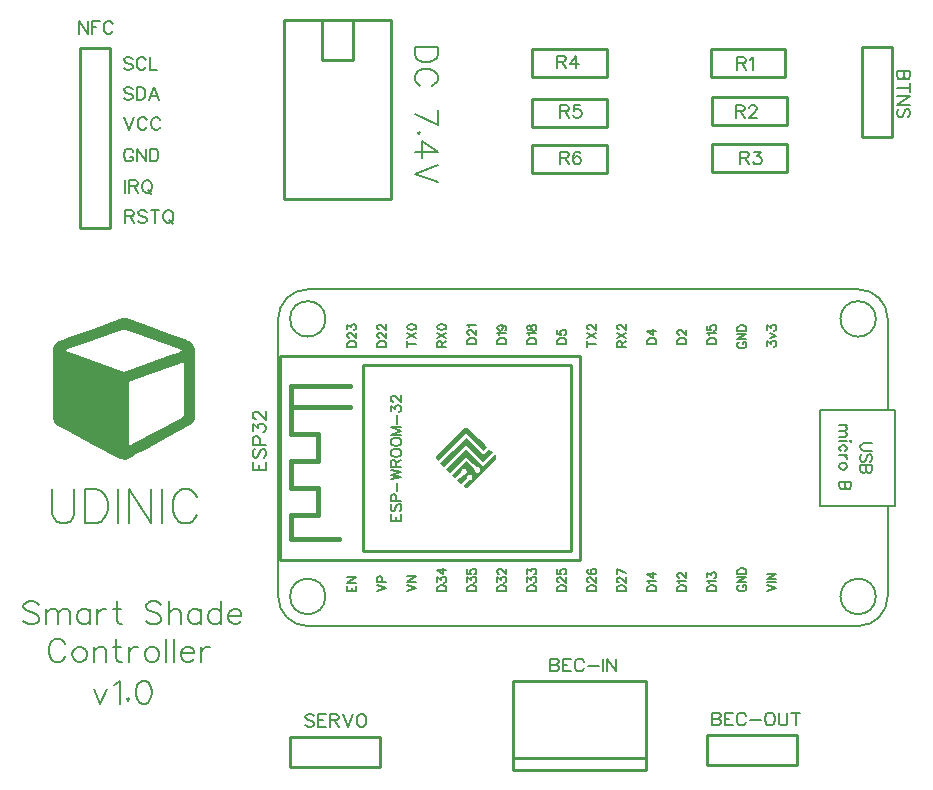
<source format=gto>
G04 Layer: TopSilkLayer*
G04 EasyEDA v6.4.12, 2020-12-31T12:21:15--5:00*
G04 99fc4708075f4ff381704a5e9c7ef7fe,db09687e621142cba360e7e147da6c3e,10*
G04 Gerber Generator version 0.2*
G04 Scale: 100 percent, Rotated: No, Reflected: No *
G04 Dimensions in millimeters *
G04 leading zeros omitted , absolute positions ,4 integer and 5 decimal *
%FSLAX45Y45*%
%MOMM*%

%ADD10C,0.2540*%
%ADD22C,0.4000*%
%ADD23C,0.2000*%
%ADD24C,0.2032*%
%ADD25C,0.1524*%

%LPD*%
G36*
X4041800Y3430015D02*
G01*
X4038041Y3429711D01*
X4033774Y3428949D01*
X4032148Y3428441D01*
X4030065Y3427374D01*
X4023969Y3422853D01*
X4014012Y3413963D01*
X3998823Y3399485D01*
X3947109Y3348126D01*
X3907790Y3308553D01*
X3868420Y3269386D01*
X3821988Y3222802D01*
X3805986Y3206292D01*
X3795877Y3195320D01*
X3792626Y3191459D01*
X3790391Y3188411D01*
X3788918Y3186023D01*
X3787901Y3183331D01*
X3787444Y3175050D01*
X3788765Y3167329D01*
X3791915Y3159963D01*
X3803904Y3143707D01*
X3921760Y3262071D01*
X4038854Y3378403D01*
X4111498Y3307537D01*
X4183379Y3235401D01*
X4214876Y3267151D01*
X4213301Y3269234D01*
X4201464Y3281934D01*
X4180128Y3303828D01*
X4151731Y3332175D01*
X4135628Y3347923D01*
X4092498Y3390900D01*
X4070553Y3412032D01*
X4062729Y3419043D01*
X4056532Y3424021D01*
X4051503Y3427323D01*
X4047337Y3429203D01*
X4043629Y3429965D01*
G37*
G36*
X4038854Y3344621D02*
G01*
X3930650Y3235401D01*
X3822192Y3126943D01*
X3853942Y3094939D01*
X3946651Y3187903D01*
X4040124Y3282645D01*
X4111751Y3210001D01*
X4183379Y3138373D01*
X4224274Y3178251D01*
X4264152Y3219399D01*
X4249420Y3235401D01*
X4233926Y3250895D01*
X4208526Y3225749D01*
X4183379Y3200349D01*
X4111498Y3272993D01*
G37*
G36*
X4040124Y3247847D02*
G01*
X3955796Y3162249D01*
X3871468Y3077159D01*
X3902710Y3045409D01*
X3972051Y3114243D01*
X4041394Y3184601D01*
X4084574Y3140405D01*
X4101541Y3123641D01*
X4113834Y3111906D01*
X4122318Y3104286D01*
X4128058Y3099917D01*
X4131970Y3097936D01*
X4140454Y3096971D01*
X4145279Y3095396D01*
X4149547Y3092958D01*
X4153204Y3089656D01*
X4156201Y3085592D01*
X4158386Y3080867D01*
X4159808Y3075584D01*
X4160265Y3069793D01*
X4159961Y3065424D01*
X4158843Y3061716D01*
X4156608Y3058160D01*
X4152900Y3054045D01*
X4149242Y3051098D01*
X4145889Y3049016D01*
X4142079Y3047847D01*
X4137151Y3047441D01*
X4131411Y3047898D01*
X4126331Y3049219D01*
X4121861Y3051302D01*
X4118051Y3054197D01*
X4115054Y3057804D01*
X4112818Y3062122D01*
X4111447Y3067050D01*
X4110736Y3074873D01*
X4109872Y3077311D01*
X4108094Y3080258D01*
X4105097Y3084068D01*
X4100728Y3089046D01*
X4086504Y3103829D01*
X4041394Y3149549D01*
X3980942Y3088589D01*
X3920490Y3028391D01*
X3934968Y3013659D01*
X3949192Y2999689D01*
X3980942Y3031286D01*
X3991051Y3041802D01*
X3994200Y3045561D01*
X3996334Y3048609D01*
X3997655Y3051200D01*
X3998315Y3053537D01*
X3998976Y3060954D01*
X4000449Y3065576D01*
X4002735Y3069691D01*
X4005681Y3073196D01*
X4009237Y3076092D01*
X4013250Y3078226D01*
X4017619Y3079597D01*
X4022140Y3080156D01*
X4026763Y3079851D01*
X4031335Y3078530D01*
X4035755Y3076244D01*
X4039870Y3072841D01*
X4043273Y3068726D01*
X4045610Y3064306D01*
X4046982Y3059684D01*
X4047337Y3055061D01*
X4046880Y3050489D01*
X4045508Y3046120D01*
X4043375Y3042056D01*
X4040530Y3038500D01*
X4036923Y3035503D01*
X4032707Y3033166D01*
X4027932Y3031693D01*
X4020312Y3031032D01*
X4018026Y3030372D01*
X4015536Y3029051D01*
X4012539Y3026918D01*
X4004106Y3019399D01*
X3990848Y3006293D01*
X3966718Y2981909D01*
X3981450Y2966923D01*
X3997198Y2951429D01*
X4028541Y2982569D01*
X4038498Y2992932D01*
X4041495Y2996539D01*
X4043527Y2999536D01*
X4044797Y3002127D01*
X4045508Y3004616D01*
X4047439Y3014014D01*
X4050182Y3019806D01*
X4053992Y3024530D01*
X4058615Y3028086D01*
X4063949Y3030372D01*
X4069740Y3031185D01*
X4075734Y3030524D01*
X4081779Y3028137D01*
X4087571Y3024632D01*
X4091432Y3019958D01*
X4093565Y3013862D01*
X4094226Y3006039D01*
X4094073Y3000298D01*
X4093210Y2996082D01*
X4091228Y2992424D01*
X4087622Y2988259D01*
X4083608Y2985211D01*
X4080205Y2983280D01*
X4076598Y2982214D01*
X4068724Y2981807D01*
X4066032Y2981401D01*
X4063441Y2980385D01*
X4060545Y2978505D01*
X4057040Y2975559D01*
X4046423Y2965450D01*
X4014470Y2933395D01*
X4026611Y2924759D01*
X4033469Y2922117D01*
X4040987Y2920949D01*
X4048760Y2921457D01*
X4050436Y2922016D01*
X4052519Y2923082D01*
X4058564Y2927502D01*
X4068318Y2936087D01*
X4083304Y2950159D01*
X4134307Y3000298D01*
X4200753Y3066694D01*
X4225798Y3092043D01*
X4265879Y3133445D01*
X4288942Y3157982D01*
X4292600Y3162249D01*
X4294327Y3168599D01*
X4294987Y3175406D01*
X4294428Y3182010D01*
X4291787Y3190138D01*
X4290263Y3192576D01*
X4281678Y3202381D01*
X4232402Y3152851D01*
X4183126Y3102559D01*
G37*
G36*
X1125626Y4357014D02*
G01*
X902868Y4276394D01*
X664108Y4190441D01*
X623112Y4175353D01*
X589229Y4162551D01*
X560628Y4138472D01*
X542137Y4102201D01*
X542137Y4079240D01*
X645769Y4079240D01*
X650595Y4085031D01*
X654050Y4087774D01*
X659892Y4090924D01*
X667359Y4094022D01*
X687273Y4100576D01*
X710793Y4108653D01*
X890676Y4173778D01*
X1126032Y4258462D01*
X1132332Y4260545D01*
X1136446Y4261408D01*
X1140815Y4261612D01*
X1145794Y4261053D01*
X1151839Y4259732D01*
X1159408Y4257497D01*
X1187551Y4247794D01*
X1539595Y4120743D01*
X1589735Y4103217D01*
X1605127Y4097578D01*
X1617878Y4092651D01*
X1626463Y4088942D01*
X1628698Y4087774D01*
X1635760Y4083354D01*
X1631086Y4079138D01*
X1629765Y4078274D01*
X1623314Y4075328D01*
X1597914Y4065117D01*
X1561084Y4051249D01*
X1332687Y3968343D01*
X1142136Y3898849D01*
X677875Y4067860D01*
X645769Y4079240D01*
X542137Y4079240D01*
X542137Y3506470D01*
X562508Y3463188D01*
X588213Y3446576D01*
X616407Y3430219D01*
X665581Y3402787D01*
X727506Y3368801D01*
X900797Y3274720D01*
X1189380Y3274720D01*
X1189380Y3817112D01*
X1248664Y3839210D01*
X1322832Y3866134D01*
X1582928Y3959555D01*
X1606702Y3968343D01*
X1626057Y3975811D01*
X1631137Y3976979D01*
X1636166Y3977640D01*
X1640586Y3977589D01*
X1650034Y3976674D01*
X1652473Y3533648D01*
X1647291Y3527348D01*
X1645513Y3525723D01*
X1638554Y3520744D01*
X1627987Y3514090D01*
X1615135Y3506571D01*
X1230274Y3296716D01*
X1189380Y3274720D01*
X900797Y3274720D01*
X1111351Y3159912D01*
X1161440Y3155746D01*
X1209852Y3180943D01*
X1248816Y3201822D01*
X1318310Y3239566D01*
X1400454Y3284524D01*
X1513738Y3346094D01*
X1701292Y3447491D01*
X1732635Y3479596D01*
X1742084Y3513632D01*
X1742135Y4097426D01*
X1732534Y4119981D01*
X1730044Y4124858D01*
X1724355Y4134053D01*
X1721205Y4138320D01*
X1717852Y4142384D01*
X1714296Y4146194D01*
X1710588Y4149750D01*
X1706727Y4153052D01*
X1702714Y4156049D01*
X1698548Y4158742D01*
X1692859Y4161891D01*
X1684985Y4165498D01*
X1673199Y4170324D01*
X1635506Y4184700D01*
X1574800Y4206849D01*
X1327048Y4296054D01*
X1168146Y4353712D01*
G37*
D24*
X533400Y2906268D02*
G01*
X533400Y2701797D01*
X547115Y2660650D01*
X574293Y2633471D01*
X615188Y2619755D01*
X642365Y2619755D01*
X683513Y2633471D01*
X710691Y2660650D01*
X724408Y2701797D01*
X724408Y2906268D01*
X814324Y2906268D02*
G01*
X814324Y2619755D01*
X814324Y2906268D02*
G01*
X909827Y2906268D01*
X950722Y2892552D01*
X977900Y2865373D01*
X991615Y2837942D01*
X1005331Y2797047D01*
X1005331Y2728976D01*
X991615Y2688081D01*
X977900Y2660650D01*
X950722Y2633471D01*
X909827Y2619755D01*
X814324Y2619755D01*
X1095247Y2906268D02*
G01*
X1095247Y2619755D01*
X1185163Y2906268D02*
G01*
X1185163Y2619755D01*
X1185163Y2906268D02*
G01*
X1376172Y2619755D01*
X1376172Y2906268D02*
G01*
X1376172Y2619755D01*
X1466088Y2906268D02*
G01*
X1466088Y2619755D01*
X1760727Y2837942D02*
G01*
X1747011Y2865373D01*
X1719834Y2892552D01*
X1692402Y2906268D01*
X1638045Y2906268D01*
X1610613Y2892552D01*
X1583436Y2865373D01*
X1569720Y2837942D01*
X1556004Y2797047D01*
X1556004Y2728976D01*
X1569720Y2688081D01*
X1583436Y2660650D01*
X1610613Y2633471D01*
X1638045Y2619755D01*
X1692402Y2619755D01*
X1719834Y2633471D01*
X1747011Y2660650D01*
X1760727Y2688081D01*
D25*
X1220977Y5766307D02*
G01*
X1215643Y5776721D01*
X1205229Y5787136D01*
X1195070Y5792215D01*
X1174241Y5792215D01*
X1163827Y5787136D01*
X1153413Y5776721D01*
X1148079Y5766307D01*
X1143000Y5750560D01*
X1143000Y5724652D01*
X1148079Y5709157D01*
X1153413Y5698744D01*
X1163827Y5688329D01*
X1174241Y5683250D01*
X1195070Y5683250D01*
X1205229Y5688329D01*
X1215643Y5698744D01*
X1220977Y5709157D01*
X1220977Y5724652D01*
X1195070Y5724652D02*
G01*
X1220977Y5724652D01*
X1255268Y5792215D02*
G01*
X1255268Y5683250D01*
X1255268Y5792215D02*
G01*
X1327911Y5683250D01*
X1327911Y5792215D02*
G01*
X1327911Y5683250D01*
X1362202Y5792215D02*
G01*
X1362202Y5683250D01*
X1362202Y5792215D02*
G01*
X1398524Y5792215D01*
X1414272Y5787136D01*
X1424686Y5776721D01*
X1429765Y5766307D01*
X1435100Y5750560D01*
X1435100Y5724652D01*
X1429765Y5709157D01*
X1424686Y5698744D01*
X1414272Y5688329D01*
X1398524Y5683250D01*
X1362202Y5683250D01*
X1143000Y6058915D02*
G01*
X1184656Y5949950D01*
X1226058Y6058915D02*
G01*
X1184656Y5949950D01*
X1338325Y6033007D02*
G01*
X1333245Y6043421D01*
X1322831Y6053836D01*
X1312418Y6058915D01*
X1291590Y6058915D01*
X1281175Y6053836D01*
X1270761Y6043421D01*
X1265681Y6033007D01*
X1260347Y6017260D01*
X1260347Y5991352D01*
X1265681Y5975857D01*
X1270761Y5965444D01*
X1281175Y5955029D01*
X1291590Y5949950D01*
X1312418Y5949950D01*
X1322831Y5955029D01*
X1333245Y5965444D01*
X1338325Y5975857D01*
X1450593Y6033007D02*
G01*
X1445259Y6043421D01*
X1435100Y6053836D01*
X1424686Y6058915D01*
X1403858Y6058915D01*
X1393443Y6053836D01*
X1383029Y6043421D01*
X1377950Y6033007D01*
X1372615Y6017260D01*
X1372615Y5991352D01*
X1377950Y5975857D01*
X1383029Y5965444D01*
X1393443Y5955029D01*
X1403858Y5949950D01*
X1424686Y5949950D01*
X1435100Y5955029D01*
X1445259Y5965444D01*
X1450593Y5975857D01*
X1215643Y6297421D02*
G01*
X1205229Y6307836D01*
X1189736Y6312915D01*
X1168908Y6312915D01*
X1153413Y6307836D01*
X1143000Y6297421D01*
X1143000Y6287007D01*
X1148079Y6276594D01*
X1153413Y6271260D01*
X1163827Y6266179D01*
X1195070Y6255765D01*
X1205229Y6250686D01*
X1210563Y6245352D01*
X1215643Y6234937D01*
X1215643Y6219444D01*
X1205229Y6209029D01*
X1189736Y6203950D01*
X1168908Y6203950D01*
X1153413Y6209029D01*
X1143000Y6219444D01*
X1249934Y6312915D02*
G01*
X1249934Y6203950D01*
X1249934Y6312915D02*
G01*
X1286509Y6312915D01*
X1302004Y6307836D01*
X1312418Y6297421D01*
X1317497Y6287007D01*
X1322831Y6271260D01*
X1322831Y6245352D01*
X1317497Y6229857D01*
X1312418Y6219444D01*
X1302004Y6209029D01*
X1286509Y6203950D01*
X1249934Y6203950D01*
X1398524Y6312915D02*
G01*
X1357122Y6203950D01*
X1398524Y6312915D02*
G01*
X1440179Y6203950D01*
X1372615Y6240271D02*
G01*
X1424686Y6240271D01*
X1215643Y6551421D02*
G01*
X1205229Y6561836D01*
X1189736Y6566915D01*
X1168908Y6566915D01*
X1153413Y6561836D01*
X1143000Y6551421D01*
X1143000Y6541007D01*
X1148079Y6530594D01*
X1153413Y6525260D01*
X1163827Y6520179D01*
X1195070Y6509765D01*
X1205229Y6504686D01*
X1210563Y6499352D01*
X1215643Y6488937D01*
X1215643Y6473444D01*
X1205229Y6463029D01*
X1189736Y6457950D01*
X1168908Y6457950D01*
X1153413Y6463029D01*
X1143000Y6473444D01*
X1327911Y6541007D02*
G01*
X1322831Y6551421D01*
X1312418Y6561836D01*
X1302004Y6566915D01*
X1281175Y6566915D01*
X1270761Y6561836D01*
X1260347Y6551421D01*
X1255268Y6541007D01*
X1249934Y6525260D01*
X1249934Y6499352D01*
X1255268Y6483857D01*
X1260347Y6473444D01*
X1270761Y6463029D01*
X1281175Y6457950D01*
X1302004Y6457950D01*
X1312418Y6463029D01*
X1322831Y6473444D01*
X1327911Y6483857D01*
X1362202Y6566915D02*
G01*
X1362202Y6457950D01*
X1362202Y6457950D02*
G01*
X1424686Y6457950D01*
X1155700Y5525515D02*
G01*
X1155700Y5416550D01*
X1189990Y5525515D02*
G01*
X1189990Y5416550D01*
X1189990Y5525515D02*
G01*
X1236725Y5525515D01*
X1252220Y5520436D01*
X1257554Y5515102D01*
X1262634Y5504687D01*
X1262634Y5494273D01*
X1257554Y5483860D01*
X1252220Y5478779D01*
X1236725Y5473700D01*
X1189990Y5473700D01*
X1226311Y5473700D02*
G01*
X1262634Y5416550D01*
X1328165Y5525515D02*
G01*
X1317752Y5520436D01*
X1307338Y5510021D01*
X1302258Y5499607D01*
X1296924Y5483860D01*
X1296924Y5457952D01*
X1302258Y5442457D01*
X1307338Y5432044D01*
X1317752Y5421629D01*
X1328165Y5416550D01*
X1348993Y5416550D01*
X1359408Y5421629D01*
X1369822Y5432044D01*
X1374902Y5442457D01*
X1380236Y5457952D01*
X1380236Y5483860D01*
X1374902Y5499607D01*
X1369822Y5510021D01*
X1359408Y5520436D01*
X1348993Y5525515D01*
X1328165Y5525515D01*
X1343659Y5437123D02*
G01*
X1374902Y5406136D01*
X1155700Y5271515D02*
G01*
X1155700Y5162550D01*
X1155700Y5271515D02*
G01*
X1202436Y5271515D01*
X1217929Y5266436D01*
X1223263Y5261102D01*
X1228343Y5250687D01*
X1228343Y5240273D01*
X1223263Y5229860D01*
X1217929Y5224779D01*
X1202436Y5219700D01*
X1155700Y5219700D01*
X1192022Y5219700D02*
G01*
X1228343Y5162550D01*
X1335531Y5256021D02*
G01*
X1325118Y5266436D01*
X1309370Y5271515D01*
X1288795Y5271515D01*
X1273047Y5266436D01*
X1262634Y5256021D01*
X1262634Y5245607D01*
X1267968Y5235194D01*
X1273047Y5229860D01*
X1283461Y5224779D01*
X1314704Y5214365D01*
X1325118Y5209286D01*
X1330197Y5203952D01*
X1335531Y5193537D01*
X1335531Y5178044D01*
X1325118Y5167629D01*
X1309370Y5162550D01*
X1288795Y5162550D01*
X1273047Y5167629D01*
X1262634Y5178044D01*
X1406143Y5271515D02*
G01*
X1406143Y5162550D01*
X1369822Y5271515D02*
G01*
X1442465Y5271515D01*
X1507997Y5271515D02*
G01*
X1497584Y5266436D01*
X1487170Y5256021D01*
X1482090Y5245607D01*
X1476756Y5229860D01*
X1476756Y5203952D01*
X1482090Y5188457D01*
X1487170Y5178044D01*
X1497584Y5167629D01*
X1507997Y5162550D01*
X1528825Y5162550D01*
X1539240Y5167629D01*
X1549400Y5178044D01*
X1554734Y5188457D01*
X1559813Y5203952D01*
X1559813Y5229860D01*
X1554734Y5245607D01*
X1549400Y5256021D01*
X1539240Y5266436D01*
X1528825Y5271515D01*
X1507997Y5271515D01*
X1523491Y5183123D02*
G01*
X1554734Y5152136D01*
D24*
X889000Y1219962D02*
G01*
X944372Y1090676D01*
X999743Y1219962D02*
G01*
X944372Y1090676D01*
X1060704Y1247647D02*
G01*
X1079245Y1256792D01*
X1106931Y1284478D01*
X1106931Y1090676D01*
X1177290Y1136650D02*
G01*
X1167891Y1127505D01*
X1177290Y1118362D01*
X1186434Y1127505D01*
X1177290Y1136650D01*
X1302765Y1284478D02*
G01*
X1275079Y1275334D01*
X1256538Y1247647D01*
X1247393Y1201420D01*
X1247393Y1173734D01*
X1256538Y1127505D01*
X1275079Y1099820D01*
X1302765Y1090676D01*
X1321308Y1090676D01*
X1348993Y1099820D01*
X1367536Y1127505D01*
X1376679Y1173734D01*
X1376679Y1201420D01*
X1367536Y1247647D01*
X1348993Y1275334D01*
X1321308Y1284478D01*
X1302765Y1284478D01*
X646429Y1593850D02*
G01*
X637286Y1612392D01*
X618743Y1630934D01*
X600456Y1640078D01*
X563372Y1640078D01*
X544829Y1630934D01*
X526541Y1612392D01*
X517143Y1593850D01*
X508000Y1566163D01*
X508000Y1520189D01*
X517143Y1492250D01*
X526541Y1473962D01*
X544829Y1455420D01*
X563372Y1446276D01*
X600456Y1446276D01*
X618743Y1455420D01*
X637286Y1473962D01*
X646429Y1492250D01*
X753618Y1575562D02*
G01*
X735329Y1566163D01*
X716788Y1547876D01*
X707390Y1520189D01*
X707390Y1501647D01*
X716788Y1473962D01*
X735329Y1455420D01*
X753618Y1446276D01*
X781304Y1446276D01*
X799845Y1455420D01*
X818388Y1473962D01*
X827531Y1501647D01*
X827531Y1520189D01*
X818388Y1547876D01*
X799845Y1566163D01*
X781304Y1575562D01*
X753618Y1575562D01*
X888491Y1575562D02*
G01*
X888491Y1446276D01*
X888491Y1538478D02*
G01*
X916177Y1566163D01*
X934720Y1575562D01*
X962406Y1575562D01*
X980947Y1566163D01*
X990091Y1538478D01*
X990091Y1446276D01*
X1078738Y1640078D02*
G01*
X1078738Y1483105D01*
X1088136Y1455420D01*
X1106424Y1446276D01*
X1124965Y1446276D01*
X1051052Y1575562D02*
G01*
X1115822Y1575562D01*
X1185925Y1575562D02*
G01*
X1185925Y1446276D01*
X1185925Y1520189D02*
G01*
X1195070Y1547876D01*
X1213611Y1566163D01*
X1232154Y1575562D01*
X1259840Y1575562D01*
X1367027Y1575562D02*
G01*
X1348486Y1566163D01*
X1329943Y1547876D01*
X1320800Y1520189D01*
X1320800Y1501647D01*
X1329943Y1473962D01*
X1348486Y1455420D01*
X1367027Y1446276D01*
X1394713Y1446276D01*
X1413256Y1455420D01*
X1431543Y1473962D01*
X1440941Y1501647D01*
X1440941Y1520189D01*
X1431543Y1547876D01*
X1413256Y1566163D01*
X1394713Y1575562D01*
X1367027Y1575562D01*
X1501902Y1640078D02*
G01*
X1501902Y1446276D01*
X1562861Y1640078D02*
G01*
X1562861Y1446276D01*
X1623822Y1520189D02*
G01*
X1734565Y1520189D01*
X1734565Y1538478D01*
X1725422Y1557020D01*
X1716024Y1566163D01*
X1697736Y1575562D01*
X1670050Y1575562D01*
X1651508Y1566163D01*
X1632965Y1547876D01*
X1623822Y1520189D01*
X1623822Y1501647D01*
X1632965Y1473962D01*
X1651508Y1455420D01*
X1670050Y1446276D01*
X1697736Y1446276D01*
X1716024Y1455420D01*
X1734565Y1473962D01*
X1795525Y1575562D02*
G01*
X1795525Y1446276D01*
X1795525Y1520189D02*
G01*
X1804670Y1547876D01*
X1823211Y1566163D01*
X1841754Y1575562D01*
X1869440Y1575562D01*
X421386Y1929892D02*
G01*
X402843Y1948434D01*
X375158Y1957578D01*
X338327Y1957578D01*
X310641Y1948434D01*
X292100Y1929892D01*
X292100Y1911350D01*
X301243Y1893062D01*
X310641Y1883663D01*
X328929Y1874520D01*
X384556Y1855978D01*
X402843Y1846834D01*
X412241Y1837689D01*
X421386Y1819147D01*
X421386Y1791462D01*
X402843Y1772920D01*
X375158Y1763776D01*
X338327Y1763776D01*
X310641Y1772920D01*
X292100Y1791462D01*
X482345Y1893062D02*
G01*
X482345Y1763776D01*
X482345Y1855978D02*
G01*
X510031Y1883663D01*
X528574Y1893062D01*
X556259Y1893062D01*
X574802Y1883663D01*
X583945Y1855978D01*
X583945Y1763776D01*
X583945Y1855978D02*
G01*
X611631Y1883663D01*
X630174Y1893062D01*
X657859Y1893062D01*
X676402Y1883663D01*
X685545Y1855978D01*
X685545Y1763776D01*
X857250Y1893062D02*
G01*
X857250Y1763776D01*
X857250Y1865376D02*
G01*
X838961Y1883663D01*
X820420Y1893062D01*
X792734Y1893062D01*
X774191Y1883663D01*
X755650Y1865376D01*
X746506Y1837689D01*
X746506Y1819147D01*
X755650Y1791462D01*
X774191Y1772920D01*
X792734Y1763776D01*
X820420Y1763776D01*
X838961Y1772920D01*
X857250Y1791462D01*
X918209Y1893062D02*
G01*
X918209Y1763776D01*
X918209Y1837689D02*
G01*
X927608Y1865376D01*
X946150Y1883663D01*
X964438Y1893062D01*
X992124Y1893062D01*
X1080770Y1957578D02*
G01*
X1080770Y1800605D01*
X1090168Y1772920D01*
X1108709Y1763776D01*
X1126997Y1763776D01*
X1053084Y1893062D02*
G01*
X1117854Y1893062D01*
X1459484Y1929892D02*
G01*
X1441195Y1948434D01*
X1413509Y1957578D01*
X1376425Y1957578D01*
X1348740Y1948434D01*
X1330197Y1929892D01*
X1330197Y1911350D01*
X1339595Y1893062D01*
X1348740Y1883663D01*
X1367281Y1874520D01*
X1422654Y1855978D01*
X1441195Y1846834D01*
X1450340Y1837689D01*
X1459484Y1819147D01*
X1459484Y1791462D01*
X1441195Y1772920D01*
X1413509Y1763776D01*
X1376425Y1763776D01*
X1348740Y1772920D01*
X1330197Y1791462D01*
X1520443Y1957578D02*
G01*
X1520443Y1763776D01*
X1520443Y1855978D02*
G01*
X1548129Y1883663D01*
X1566672Y1893062D01*
X1594358Y1893062D01*
X1612900Y1883663D01*
X1622043Y1855978D01*
X1622043Y1763776D01*
X1794002Y1893062D02*
G01*
X1794002Y1763776D01*
X1794002Y1865376D02*
G01*
X1775459Y1883663D01*
X1756918Y1893062D01*
X1729231Y1893062D01*
X1710690Y1883663D01*
X1692402Y1865376D01*
X1683004Y1837689D01*
X1683004Y1819147D01*
X1692402Y1791462D01*
X1710690Y1772920D01*
X1729231Y1763776D01*
X1756918Y1763776D01*
X1775459Y1772920D01*
X1794002Y1791462D01*
X1965706Y1957578D02*
G01*
X1965706Y1763776D01*
X1965706Y1865376D02*
G01*
X1947163Y1883663D01*
X1928875Y1893062D01*
X1901190Y1893062D01*
X1882647Y1883663D01*
X1864106Y1865376D01*
X1854961Y1837689D01*
X1854961Y1819147D01*
X1864106Y1791462D01*
X1882647Y1772920D01*
X1901190Y1763776D01*
X1928875Y1763776D01*
X1947163Y1772920D01*
X1965706Y1791462D01*
X2026665Y1837689D02*
G01*
X2137409Y1837689D01*
X2137409Y1855978D01*
X2128265Y1874520D01*
X2119122Y1883663D01*
X2100579Y1893062D01*
X2072893Y1893062D01*
X2054352Y1883663D01*
X2035809Y1865376D01*
X2026665Y1837689D01*
X2026665Y1819147D01*
X2035809Y1791462D01*
X2054352Y1772920D01*
X2072893Y1763776D01*
X2100579Y1763776D01*
X2119122Y1772920D01*
X2137409Y1791462D01*
D25*
X7798815Y6451600D02*
G01*
X7689850Y6451600D01*
X7798815Y6451600D02*
G01*
X7798815Y6404863D01*
X7793736Y6389370D01*
X7788402Y6384036D01*
X7777988Y6378955D01*
X7767574Y6378955D01*
X7757159Y6384036D01*
X7752079Y6389370D01*
X7747000Y6404863D01*
X7747000Y6451600D02*
G01*
X7747000Y6404863D01*
X7741665Y6389370D01*
X7736586Y6384036D01*
X7726172Y6378955D01*
X7710424Y6378955D01*
X7700009Y6384036D01*
X7694929Y6389370D01*
X7689850Y6404863D01*
X7689850Y6451600D01*
X7798815Y6308089D02*
G01*
X7689850Y6308089D01*
X7798815Y6344665D02*
G01*
X7798815Y6271768D01*
X7798815Y6237478D02*
G01*
X7689850Y6237478D01*
X7798815Y6237478D02*
G01*
X7689850Y6164834D01*
X7798815Y6164834D02*
G01*
X7689850Y6164834D01*
X7783322Y6057900D02*
G01*
X7793736Y6068060D01*
X7798815Y6083807D01*
X7798815Y6104636D01*
X7793736Y6120129D01*
X7783322Y6130544D01*
X7772908Y6130544D01*
X7762493Y6125210D01*
X7757159Y6120129D01*
X7752079Y6109715D01*
X7741665Y6078473D01*
X7736586Y6068060D01*
X7731252Y6062979D01*
X7720838Y6057900D01*
X7705343Y6057900D01*
X7694929Y6068060D01*
X7689850Y6083807D01*
X7689850Y6104636D01*
X7694929Y6120129D01*
X7705343Y6130544D01*
X2752343Y988821D02*
G01*
X2741929Y999236D01*
X2726436Y1004315D01*
X2705608Y1004315D01*
X2690113Y999236D01*
X2679700Y988821D01*
X2679700Y978407D01*
X2684779Y967994D01*
X2690113Y962660D01*
X2700527Y957579D01*
X2731770Y947165D01*
X2741929Y942086D01*
X2747263Y936752D01*
X2752343Y926337D01*
X2752343Y910844D01*
X2741929Y900429D01*
X2726436Y895350D01*
X2705608Y895350D01*
X2690113Y900429D01*
X2679700Y910844D01*
X2786634Y1004315D02*
G01*
X2786634Y895350D01*
X2786634Y1004315D02*
G01*
X2854197Y1004315D01*
X2786634Y952500D02*
G01*
X2828290Y952500D01*
X2786634Y895350D02*
G01*
X2854197Y895350D01*
X2888488Y1004315D02*
G01*
X2888488Y895350D01*
X2888488Y1004315D02*
G01*
X2935224Y1004315D01*
X2950972Y999236D01*
X2956052Y993902D01*
X2961386Y983487D01*
X2961386Y973073D01*
X2956052Y962660D01*
X2950972Y957579D01*
X2935224Y952500D01*
X2888488Y952500D01*
X2924809Y952500D02*
G01*
X2961386Y895350D01*
X2995675Y1004315D02*
G01*
X3037077Y895350D01*
X3078734Y1004315D02*
G01*
X3037077Y895350D01*
X3144265Y1004315D02*
G01*
X3133852Y999236D01*
X3123438Y988821D01*
X3118104Y978407D01*
X3113024Y962660D01*
X3113024Y936752D01*
X3118104Y921257D01*
X3123438Y910844D01*
X3133852Y900429D01*
X3144265Y895350D01*
X3164840Y895350D01*
X3175254Y900429D01*
X3185668Y910844D01*
X3191002Y921257D01*
X3196081Y936752D01*
X3196081Y962660D01*
X3191002Y978407D01*
X3185668Y988821D01*
X3175254Y999236D01*
X3164840Y1004315D01*
X3144265Y1004315D01*
X6121400Y1017015D02*
G01*
X6121400Y908050D01*
X6121400Y1017015D02*
G01*
X6168136Y1017015D01*
X6183629Y1011936D01*
X6188963Y1006602D01*
X6194043Y996187D01*
X6194043Y985773D01*
X6188963Y975360D01*
X6183629Y970279D01*
X6168136Y965200D01*
X6121400Y965200D02*
G01*
X6168136Y965200D01*
X6183629Y959865D01*
X6188963Y954786D01*
X6194043Y944371D01*
X6194043Y928623D01*
X6188963Y918210D01*
X6183629Y913129D01*
X6168136Y908050D01*
X6121400Y908050D01*
X6228334Y1017015D02*
G01*
X6228334Y908050D01*
X6228334Y1017015D02*
G01*
X6295897Y1017015D01*
X6228334Y965200D02*
G01*
X6269990Y965200D01*
X6228334Y908050D02*
G01*
X6295897Y908050D01*
X6408165Y991107D02*
G01*
X6403086Y1001521D01*
X6392672Y1011936D01*
X6382258Y1017015D01*
X6361429Y1017015D01*
X6351015Y1011936D01*
X6340602Y1001521D01*
X6335522Y991107D01*
X6330188Y975360D01*
X6330188Y949452D01*
X6335522Y933957D01*
X6340602Y923544D01*
X6351015Y913129D01*
X6361429Y908050D01*
X6382258Y908050D01*
X6392672Y913129D01*
X6403086Y923544D01*
X6408165Y933957D01*
X6442456Y954786D02*
G01*
X6535927Y954786D01*
X6601459Y1017015D02*
G01*
X6591045Y1011936D01*
X6580631Y1001521D01*
X6575552Y991107D01*
X6570218Y975360D01*
X6570218Y949452D01*
X6575552Y933957D01*
X6580631Y923544D01*
X6591045Y913129D01*
X6601459Y908050D01*
X6622288Y908050D01*
X6632702Y913129D01*
X6643115Y923544D01*
X6648195Y933957D01*
X6653529Y949452D01*
X6653529Y975360D01*
X6648195Y991107D01*
X6643115Y1001521D01*
X6632702Y1011936D01*
X6622288Y1017015D01*
X6601459Y1017015D01*
X6687820Y1017015D02*
G01*
X6687820Y939037D01*
X6692900Y923544D01*
X6703313Y913129D01*
X6718808Y908050D01*
X6729222Y908050D01*
X6744970Y913129D01*
X6755129Y923544D01*
X6760463Y939037D01*
X6760463Y1017015D01*
X6831075Y1017015D02*
G01*
X6831075Y908050D01*
X6794754Y1017015D02*
G01*
X6867397Y1017015D01*
X2234184Y3073450D02*
G01*
X2343150Y3073450D01*
X2234184Y3073450D02*
G01*
X2234184Y3141014D01*
X2286000Y3073450D02*
G01*
X2286000Y3114852D01*
X2343150Y3073450D02*
G01*
X2343150Y3141014D01*
X2249677Y3247948D02*
G01*
X2239263Y3237534D01*
X2234184Y3222040D01*
X2234184Y3201212D01*
X2239263Y3185718D01*
X2249677Y3175304D01*
X2260091Y3175304D01*
X2270506Y3180384D01*
X2275840Y3185718D01*
X2280920Y3196132D01*
X2291334Y3227120D01*
X2296413Y3237534D01*
X2301747Y3242868D01*
X2312161Y3247948D01*
X2327656Y3247948D01*
X2338070Y3237534D01*
X2343150Y3222040D01*
X2343150Y3201212D01*
X2338070Y3185718D01*
X2327656Y3175304D01*
X2234184Y3282238D02*
G01*
X2343150Y3282238D01*
X2234184Y3282238D02*
G01*
X2234184Y3328974D01*
X2239263Y3344722D01*
X2244597Y3349802D01*
X2255011Y3354882D01*
X2270506Y3354882D01*
X2280920Y3349802D01*
X2286000Y3344722D01*
X2291334Y3328974D01*
X2291334Y3282238D01*
X2234184Y3399586D02*
G01*
X2234184Y3456736D01*
X2275840Y3425748D01*
X2275840Y3441242D01*
X2280920Y3451656D01*
X2286000Y3456736D01*
X2301747Y3462070D01*
X2312161Y3462070D01*
X2327656Y3456736D01*
X2338070Y3446322D01*
X2343150Y3430828D01*
X2343150Y3415334D01*
X2338070Y3399586D01*
X2332990Y3394506D01*
X2322575Y3389172D01*
X2260091Y3501440D02*
G01*
X2255011Y3501440D01*
X2244597Y3506774D01*
X2239263Y3511854D01*
X2234184Y3522268D01*
X2234184Y3543096D01*
X2239263Y3553510D01*
X2244597Y3558590D01*
X2255011Y3563924D01*
X2265425Y3563924D01*
X2275840Y3558590D01*
X2291334Y3548176D01*
X2343150Y3496360D01*
X2343150Y3569004D01*
D24*
X6591297Y2044649D02*
G01*
X6664195Y2072335D01*
X6591297Y2100021D02*
G01*
X6664195Y2072335D01*
X6591297Y2122881D02*
G01*
X6664195Y2122881D01*
X6591297Y2145741D02*
G01*
X6664195Y2145741D01*
X6591297Y2145741D02*
G01*
X6664195Y2194255D01*
X6591297Y2194255D02*
G01*
X6664195Y2194255D01*
X7474201Y3298647D02*
G01*
X7405875Y3298647D01*
X7392413Y3294075D01*
X7383269Y3284931D01*
X7378697Y3271469D01*
X7378697Y3262325D01*
X7383269Y3248609D01*
X7392413Y3239465D01*
X7405875Y3234893D01*
X7474201Y3234893D01*
X7460739Y3141421D02*
G01*
X7469629Y3150565D01*
X7474201Y3164027D01*
X7474201Y3182315D01*
X7469629Y3196031D01*
X7460739Y3204921D01*
X7451341Y3204921D01*
X7442197Y3200349D01*
X7437879Y3196031D01*
X7433053Y3186887D01*
X7424163Y3159455D01*
X7419591Y3150565D01*
X7415019Y3145993D01*
X7405875Y3141421D01*
X7392413Y3141421D01*
X7383269Y3150565D01*
X7378697Y3164027D01*
X7378697Y3182315D01*
X7383269Y3196031D01*
X7392413Y3204921D01*
X7474201Y3111449D02*
G01*
X7378697Y3111449D01*
X7474201Y3111449D02*
G01*
X7474201Y3070555D01*
X7469629Y3056839D01*
X7464803Y3052267D01*
X7455913Y3047695D01*
X7446769Y3047695D01*
X7437879Y3052267D01*
X7433053Y3056839D01*
X7428989Y3070555D01*
X7428989Y3111449D02*
G01*
X7428989Y3070555D01*
X7424163Y3056839D01*
X7419591Y3052267D01*
X7410447Y3047695D01*
X7397239Y3047695D01*
X7387841Y3052267D01*
X7383269Y3056839D01*
X7378697Y3070555D01*
X7378697Y3111449D01*
X7264397Y3451047D02*
G01*
X7200897Y3451047D01*
X7246109Y3451047D02*
G01*
X7260079Y3437331D01*
X7264397Y3428441D01*
X7264397Y3414725D01*
X7260079Y3405581D01*
X7246109Y3401009D01*
X7200897Y3401009D01*
X7246109Y3401009D02*
G01*
X7260079Y3387293D01*
X7264397Y3378403D01*
X7264397Y3364687D01*
X7260079Y3355543D01*
X7246109Y3350971D01*
X7200897Y3350971D01*
X7296401Y3320999D02*
G01*
X7291829Y3316427D01*
X7296401Y3311855D01*
X7300719Y3316427D01*
X7296401Y3320999D01*
X7264397Y3316427D02*
G01*
X7200897Y3316427D01*
X7250935Y3227527D02*
G01*
X7260079Y3236417D01*
X7264397Y3245561D01*
X7264397Y3259277D01*
X7260079Y3268421D01*
X7250935Y3277311D01*
X7237219Y3281883D01*
X7227821Y3281883D01*
X7214359Y3277311D01*
X7205469Y3268421D01*
X7200897Y3259277D01*
X7200897Y3245561D01*
X7205469Y3236417D01*
X7214359Y3227527D01*
X7264397Y3197301D02*
G01*
X7200897Y3197301D01*
X7237219Y3197301D02*
G01*
X7250935Y3192983D01*
X7260079Y3183839D01*
X7264397Y3174695D01*
X7264397Y3160979D01*
X7264397Y3108401D02*
G01*
X7260079Y3117291D01*
X7250935Y3126435D01*
X7237219Y3131007D01*
X7227821Y3131007D01*
X7214359Y3126435D01*
X7205469Y3117291D01*
X7200897Y3108401D01*
X7200897Y3094685D01*
X7205469Y3085541D01*
X7214359Y3076397D01*
X7227821Y3072079D01*
X7237219Y3072079D01*
X7250935Y3076397D01*
X7260079Y3085541D01*
X7264397Y3094685D01*
X7264397Y3108401D01*
X7296401Y2972003D02*
G01*
X7200897Y2972003D01*
X7296401Y2972003D02*
G01*
X7296401Y2931109D01*
X7291829Y2917393D01*
X7287257Y2912821D01*
X7277859Y2908249D01*
X7268969Y2908249D01*
X7260079Y2912821D01*
X7255507Y2917393D01*
X7250935Y2931109D01*
X7250935Y2972003D02*
G01*
X7250935Y2931109D01*
X7246109Y2917393D01*
X7241791Y2912821D01*
X7232647Y2908249D01*
X7219185Y2908249D01*
X7210041Y2912821D01*
X7205469Y2917393D01*
X7200897Y2931109D01*
X7200897Y2972003D01*
X3403597Y2641549D02*
G01*
X3489449Y2641549D01*
X3403597Y2641549D02*
G01*
X3403597Y2694635D01*
X3444491Y2641549D02*
G01*
X3444491Y2674315D01*
X3489449Y2641549D02*
G01*
X3489449Y2694635D01*
X3415789Y2778963D02*
G01*
X3407661Y2770835D01*
X3403597Y2758643D01*
X3403597Y2742133D01*
X3407661Y2729941D01*
X3415789Y2721813D01*
X3423917Y2721813D01*
X3432045Y2725877D01*
X3436363Y2729941D01*
X3440427Y2738069D01*
X3448555Y2762707D01*
X3452619Y2770835D01*
X3456683Y2774899D01*
X3464811Y2778963D01*
X3477257Y2778963D01*
X3485385Y2770835D01*
X3489449Y2758643D01*
X3489449Y2742133D01*
X3485385Y2729941D01*
X3477257Y2721813D01*
X3403597Y2805887D02*
G01*
X3489449Y2805887D01*
X3403597Y2805887D02*
G01*
X3403597Y2842717D01*
X3407661Y2855163D01*
X3411725Y2859227D01*
X3419853Y2863291D01*
X3432045Y2863291D01*
X3440427Y2859227D01*
X3444491Y2855163D01*
X3448555Y2842717D01*
X3448555Y2805887D01*
X3452619Y2890215D02*
G01*
X3452619Y2963875D01*
X3403597Y2990799D02*
G01*
X3489449Y3011373D01*
X3403597Y3031947D02*
G01*
X3489449Y3011373D01*
X3403597Y3031947D02*
G01*
X3489449Y3052267D01*
X3403597Y3072841D02*
G01*
X3489449Y3052267D01*
X3403597Y3099765D02*
G01*
X3489449Y3099765D01*
X3403597Y3099765D02*
G01*
X3403597Y3136595D01*
X3407661Y3148787D01*
X3411725Y3152851D01*
X3419853Y3156915D01*
X3427981Y3156915D01*
X3436363Y3152851D01*
X3440427Y3148787D01*
X3444491Y3136595D01*
X3444491Y3099765D01*
X3444491Y3128467D02*
G01*
X3489449Y3156915D01*
X3403597Y3208477D02*
G01*
X3407661Y3200349D01*
X3415789Y3192221D01*
X3423917Y3188157D01*
X3436363Y3184093D01*
X3456683Y3184093D01*
X3468875Y3188157D01*
X3477257Y3192221D01*
X3485385Y3200349D01*
X3489449Y3208477D01*
X3489449Y3224987D01*
X3485385Y3233115D01*
X3477257Y3241243D01*
X3468875Y3245307D01*
X3456683Y3249371D01*
X3436363Y3249371D01*
X3423917Y3245307D01*
X3415789Y3241243D01*
X3407661Y3233115D01*
X3403597Y3224987D01*
X3403597Y3208477D01*
X3403597Y3300933D02*
G01*
X3407661Y3292805D01*
X3415789Y3284677D01*
X3423917Y3280613D01*
X3436363Y3276549D01*
X3456683Y3276549D01*
X3468875Y3280613D01*
X3477257Y3284677D01*
X3485385Y3292805D01*
X3489449Y3300933D01*
X3489449Y3317443D01*
X3485385Y3325571D01*
X3477257Y3333699D01*
X3468875Y3337763D01*
X3456683Y3341827D01*
X3436363Y3341827D01*
X3423917Y3337763D01*
X3415789Y3333699D01*
X3407661Y3325571D01*
X3403597Y3317443D01*
X3403597Y3300933D01*
X3403597Y3369005D02*
G01*
X3489449Y3369005D01*
X3403597Y3369005D02*
G01*
X3489449Y3401517D01*
X3403597Y3434283D02*
G01*
X3489449Y3401517D01*
X3403597Y3434283D02*
G01*
X3489449Y3434283D01*
X3452619Y3461461D02*
G01*
X3452619Y3535121D01*
X3403597Y3570173D02*
G01*
X3403597Y3615131D01*
X3436363Y3590747D01*
X3436363Y3602939D01*
X3440427Y3611067D01*
X3444491Y3615131D01*
X3456683Y3619195D01*
X3464811Y3619195D01*
X3477257Y3615131D01*
X3485385Y3607003D01*
X3489449Y3594811D01*
X3489449Y3582365D01*
X3485385Y3570173D01*
X3481321Y3566109D01*
X3473193Y3562045D01*
X3423917Y3650437D02*
G01*
X3419853Y3650437D01*
X3411725Y3654501D01*
X3407661Y3658565D01*
X3403597Y3666693D01*
X3403597Y3683203D01*
X3407661Y3691331D01*
X3411725Y3695395D01*
X3419853Y3699459D01*
X3427981Y3699459D01*
X3436363Y3695395D01*
X3448555Y3687267D01*
X3489449Y3646373D01*
X3489449Y3703523D01*
X6354823Y2096719D02*
G01*
X6347711Y2093163D01*
X6340853Y2086305D01*
X6337297Y2079193D01*
X6337297Y2065477D01*
X6340853Y2058619D01*
X6347711Y2051507D01*
X6354823Y2048205D01*
X6364983Y2044649D01*
X6382509Y2044649D01*
X6392923Y2048205D01*
X6399781Y2051507D01*
X6406639Y2058619D01*
X6410195Y2065477D01*
X6410195Y2079193D01*
X6406639Y2086305D01*
X6399781Y2093163D01*
X6392923Y2096719D01*
X6382509Y2096719D01*
X6382509Y2079193D02*
G01*
X6382509Y2096719D01*
X6337297Y2119579D02*
G01*
X6410195Y2119579D01*
X6337297Y2119579D02*
G01*
X6410195Y2167839D01*
X6337297Y2167839D02*
G01*
X6410195Y2167839D01*
X6337297Y2190699D02*
G01*
X6410195Y2190699D01*
X6337297Y2190699D02*
G01*
X6337297Y2215083D01*
X6340853Y2225497D01*
X6347711Y2232355D01*
X6354823Y2235911D01*
X6364983Y2239213D01*
X6382509Y2239213D01*
X6392923Y2235911D01*
X6399781Y2232355D01*
X6406639Y2225497D01*
X6410195Y2215083D01*
X6410195Y2190699D01*
X6083297Y2044654D02*
G01*
X6156195Y2044654D01*
X6083297Y2044654D02*
G01*
X6083297Y2068784D01*
X6086853Y2079198D01*
X6093711Y2086310D01*
X6100823Y2089612D01*
X6110983Y2093168D01*
X6128509Y2093168D01*
X6138923Y2089612D01*
X6145781Y2086310D01*
X6152639Y2079198D01*
X6156195Y2068784D01*
X6156195Y2044654D01*
X6097267Y2116028D02*
G01*
X6093711Y2122886D01*
X6083297Y2133300D01*
X6156195Y2133300D01*
X6083297Y2163018D02*
G01*
X6083297Y2201118D01*
X6110983Y2180544D01*
X6110983Y2190704D01*
X6114539Y2197816D01*
X6118095Y2201118D01*
X6128509Y2204674D01*
X6135367Y2204674D01*
X6145781Y2201118D01*
X6152639Y2194260D01*
X6156195Y2183846D01*
X6156195Y2173432D01*
X6152639Y2163018D01*
X6149083Y2159716D01*
X6142225Y2156160D01*
X5829297Y2044654D02*
G01*
X5902195Y2044654D01*
X5829297Y2044654D02*
G01*
X5829297Y2068784D01*
X5832853Y2079198D01*
X5839711Y2086310D01*
X5846823Y2089612D01*
X5856983Y2093168D01*
X5874509Y2093168D01*
X5884923Y2089612D01*
X5891781Y2086310D01*
X5898639Y2079198D01*
X5902195Y2068784D01*
X5902195Y2044654D01*
X5843267Y2116028D02*
G01*
X5839711Y2122886D01*
X5829297Y2133300D01*
X5902195Y2133300D01*
X5846823Y2159716D02*
G01*
X5843267Y2159716D01*
X5836409Y2163018D01*
X5832853Y2166574D01*
X5829297Y2173432D01*
X5829297Y2187402D01*
X5832853Y2194260D01*
X5836409Y2197816D01*
X5843267Y2201118D01*
X5850125Y2201118D01*
X5856983Y2197816D01*
X5867397Y2190704D01*
X5902195Y2156160D01*
X5902195Y2204674D01*
X5575297Y2044651D02*
G01*
X5648195Y2044651D01*
X5575297Y2044651D02*
G01*
X5575297Y2068781D01*
X5578853Y2079195D01*
X5585711Y2086307D01*
X5592823Y2089609D01*
X5602983Y2093165D01*
X5620509Y2093165D01*
X5630923Y2089609D01*
X5637781Y2086307D01*
X5644639Y2079195D01*
X5648195Y2068781D01*
X5648195Y2044651D01*
X5589267Y2116025D02*
G01*
X5585711Y2122883D01*
X5575297Y2133297D01*
X5648195Y2133297D01*
X5575297Y2190701D02*
G01*
X5623811Y2156157D01*
X5623811Y2208227D01*
X5575297Y2190701D02*
G01*
X5648195Y2190701D01*
X5317743Y2044651D02*
G01*
X5390641Y2044651D01*
X5317743Y2044651D02*
G01*
X5317743Y2068781D01*
X5321300Y2079195D01*
X5328158Y2086307D01*
X5335270Y2089609D01*
X5345429Y2093165D01*
X5362956Y2093165D01*
X5373370Y2089609D01*
X5380227Y2086307D01*
X5387086Y2079195D01*
X5390641Y2068781D01*
X5390641Y2044651D01*
X5335270Y2119581D02*
G01*
X5331713Y2119581D01*
X5324856Y2122883D01*
X5321300Y2126439D01*
X5317743Y2133297D01*
X5317743Y2147267D01*
X5321300Y2154125D01*
X5324856Y2157681D01*
X5331713Y2160983D01*
X5338572Y2160983D01*
X5345429Y2157681D01*
X5355843Y2150569D01*
X5390641Y2116025D01*
X5390641Y2164539D01*
X5317743Y2235913D02*
G01*
X5390641Y2201115D01*
X5317743Y2187399D02*
G01*
X5317743Y2235913D01*
X5067297Y2044649D02*
G01*
X5140195Y2044649D01*
X5067297Y2044649D02*
G01*
X5067297Y2068779D01*
X5070853Y2079193D01*
X5077711Y2086305D01*
X5084823Y2089607D01*
X5094983Y2093163D01*
X5112509Y2093163D01*
X5122923Y2089607D01*
X5129781Y2086305D01*
X5136639Y2079193D01*
X5140195Y2068779D01*
X5140195Y2044649D01*
X5084823Y2119579D02*
G01*
X5081267Y2119579D01*
X5074409Y2122881D01*
X5070853Y2126437D01*
X5067297Y2133295D01*
X5067297Y2147265D01*
X5070853Y2154123D01*
X5074409Y2157679D01*
X5081267Y2160981D01*
X5088125Y2160981D01*
X5094983Y2157679D01*
X5105397Y2150567D01*
X5140195Y2116023D01*
X5140195Y2164537D01*
X5077711Y2228799D02*
G01*
X5070853Y2225497D01*
X5067297Y2215083D01*
X5067297Y2208225D01*
X5070853Y2197811D01*
X5081267Y2190699D01*
X5098539Y2187397D01*
X5115811Y2187397D01*
X5129781Y2190699D01*
X5136639Y2197811D01*
X5140195Y2208225D01*
X5140195Y2211527D01*
X5136639Y2221941D01*
X5129781Y2228799D01*
X5119367Y2232355D01*
X5115811Y2232355D01*
X5105397Y2228799D01*
X5098539Y2221941D01*
X5094983Y2211527D01*
X5094983Y2208225D01*
X5098539Y2197811D01*
X5105397Y2190699D01*
X5115811Y2187397D01*
X4813297Y2044654D02*
G01*
X4886195Y2044654D01*
X4813297Y2044654D02*
G01*
X4813297Y2068784D01*
X4816853Y2079198D01*
X4823711Y2086310D01*
X4830823Y2089612D01*
X4840983Y2093168D01*
X4858509Y2093168D01*
X4868923Y2089612D01*
X4875781Y2086310D01*
X4882639Y2079198D01*
X4886195Y2068784D01*
X4886195Y2044654D01*
X4830823Y2119584D02*
G01*
X4827267Y2119584D01*
X4820409Y2122886D01*
X4816853Y2126442D01*
X4813297Y2133300D01*
X4813297Y2147270D01*
X4816853Y2154128D01*
X4820409Y2157684D01*
X4827267Y2160986D01*
X4834125Y2160986D01*
X4840983Y2157684D01*
X4851397Y2150572D01*
X4886195Y2116028D01*
X4886195Y2164542D01*
X4813297Y2228804D02*
G01*
X4813297Y2194260D01*
X4844539Y2190704D01*
X4840983Y2194260D01*
X4837681Y2204674D01*
X4837681Y2215088D01*
X4840983Y2225502D01*
X4848095Y2232360D01*
X4858509Y2235916D01*
X4865367Y2235916D01*
X4875781Y2232360D01*
X4882639Y2225502D01*
X4886195Y2215088D01*
X4886195Y2204674D01*
X4882639Y2194260D01*
X4879083Y2190704D01*
X4872225Y2187402D01*
X4559297Y2044654D02*
G01*
X4632195Y2044654D01*
X4559297Y2044654D02*
G01*
X4559297Y2068784D01*
X4562853Y2079198D01*
X4569711Y2086310D01*
X4576823Y2089612D01*
X4586983Y2093168D01*
X4604509Y2093168D01*
X4614923Y2089612D01*
X4621781Y2086310D01*
X4628639Y2079198D01*
X4632195Y2068784D01*
X4632195Y2044654D01*
X4559297Y2122886D02*
G01*
X4559297Y2160986D01*
X4586983Y2140158D01*
X4586983Y2150572D01*
X4590539Y2157684D01*
X4594095Y2160986D01*
X4604509Y2164542D01*
X4611367Y2164542D01*
X4621781Y2160986D01*
X4628639Y2154128D01*
X4632195Y2143714D01*
X4632195Y2133300D01*
X4628639Y2122886D01*
X4625083Y2119584D01*
X4618225Y2116028D01*
X4559297Y2194260D02*
G01*
X4559297Y2232360D01*
X4586983Y2211532D01*
X4586983Y2221946D01*
X4590539Y2228804D01*
X4594095Y2232360D01*
X4604509Y2235916D01*
X4611367Y2235916D01*
X4621781Y2232360D01*
X4628639Y2225502D01*
X4632195Y2215088D01*
X4632195Y2204674D01*
X4628639Y2194260D01*
X4625083Y2190704D01*
X4618225Y2187402D01*
X4305297Y2044654D02*
G01*
X4378195Y2044654D01*
X4305297Y2044654D02*
G01*
X4305297Y2068784D01*
X4308853Y2079198D01*
X4315711Y2086310D01*
X4322823Y2089612D01*
X4332983Y2093168D01*
X4350509Y2093168D01*
X4360923Y2089612D01*
X4367781Y2086310D01*
X4374639Y2079198D01*
X4378195Y2068784D01*
X4378195Y2044654D01*
X4305297Y2122886D02*
G01*
X4305297Y2160986D01*
X4332983Y2140158D01*
X4332983Y2150572D01*
X4336539Y2157684D01*
X4340095Y2160986D01*
X4350509Y2164542D01*
X4357367Y2164542D01*
X4367781Y2160986D01*
X4374639Y2154128D01*
X4378195Y2143714D01*
X4378195Y2133300D01*
X4374639Y2122886D01*
X4371083Y2119584D01*
X4364225Y2116028D01*
X4322823Y2190704D02*
G01*
X4319267Y2190704D01*
X4312409Y2194260D01*
X4308853Y2197816D01*
X4305297Y2204674D01*
X4305297Y2218644D01*
X4308853Y2225502D01*
X4312409Y2228804D01*
X4319267Y2232360D01*
X4326125Y2232360D01*
X4332983Y2228804D01*
X4343397Y2221946D01*
X4378195Y2187402D01*
X4378195Y2235916D01*
X4051297Y2044654D02*
G01*
X4124195Y2044654D01*
X4051297Y2044654D02*
G01*
X4051297Y2068784D01*
X4054853Y2079198D01*
X4061711Y2086310D01*
X4068823Y2089612D01*
X4078983Y2093168D01*
X4096509Y2093168D01*
X4106923Y2089612D01*
X4113781Y2086310D01*
X4120639Y2079198D01*
X4124195Y2068784D01*
X4124195Y2044654D01*
X4051297Y2122886D02*
G01*
X4051297Y2160986D01*
X4078983Y2140158D01*
X4078983Y2150572D01*
X4082539Y2157684D01*
X4086095Y2160986D01*
X4096509Y2164542D01*
X4103367Y2164542D01*
X4113781Y2160986D01*
X4120639Y2154128D01*
X4124195Y2143714D01*
X4124195Y2133300D01*
X4120639Y2122886D01*
X4117083Y2119584D01*
X4110225Y2116028D01*
X4051297Y2228804D02*
G01*
X4051297Y2194260D01*
X4082539Y2190704D01*
X4078983Y2194260D01*
X4075681Y2204674D01*
X4075681Y2215088D01*
X4078983Y2225502D01*
X4086095Y2232360D01*
X4096509Y2235916D01*
X4103367Y2235916D01*
X4113781Y2232360D01*
X4120639Y2225502D01*
X4124195Y2215088D01*
X4124195Y2204674D01*
X4120639Y2194260D01*
X4117083Y2190704D01*
X4110225Y2187402D01*
X3797297Y2044649D02*
G01*
X3870195Y2044649D01*
X3797297Y2044649D02*
G01*
X3797297Y2068779D01*
X3800853Y2079193D01*
X3807711Y2086305D01*
X3814823Y2089607D01*
X3824983Y2093163D01*
X3842509Y2093163D01*
X3852923Y2089607D01*
X3859781Y2086305D01*
X3866639Y2079193D01*
X3870195Y2068779D01*
X3870195Y2044649D01*
X3797297Y2122881D02*
G01*
X3797297Y2160981D01*
X3824983Y2140153D01*
X3824983Y2150567D01*
X3828539Y2157679D01*
X3832095Y2160981D01*
X3842509Y2164537D01*
X3849367Y2164537D01*
X3859781Y2160981D01*
X3866639Y2154123D01*
X3870195Y2143709D01*
X3870195Y2133295D01*
X3866639Y2122881D01*
X3863083Y2119579D01*
X3856225Y2116023D01*
X3797297Y2221941D02*
G01*
X3845811Y2187397D01*
X3845811Y2239213D01*
X3797297Y2221941D02*
G01*
X3870195Y2221941D01*
X3543297Y2044649D02*
G01*
X3616195Y2072335D01*
X3543297Y2100021D02*
G01*
X3616195Y2072335D01*
X3543297Y2122881D02*
G01*
X3616195Y2122881D01*
X3543297Y2122881D02*
G01*
X3616195Y2171395D01*
X3543297Y2171395D02*
G01*
X3616195Y2171395D01*
X3289505Y2044651D02*
G01*
X3362149Y2072337D01*
X3289505Y2100023D02*
G01*
X3362149Y2072337D01*
X3289505Y2122883D02*
G01*
X3362149Y2122883D01*
X3289505Y2122883D02*
G01*
X3289505Y2154125D01*
X3292807Y2164539D01*
X3296363Y2167841D01*
X3303221Y2171397D01*
X3313635Y2171397D01*
X3320493Y2167841D01*
X3324049Y2164539D01*
X3327605Y2154125D01*
X3327605Y2122883D01*
X3797297Y4114754D02*
G01*
X3870195Y4114754D01*
X3797297Y4114754D02*
G01*
X3797297Y4145996D01*
X3800853Y4156410D01*
X3804409Y4159712D01*
X3811267Y4163268D01*
X3818125Y4163268D01*
X3824983Y4159712D01*
X3828539Y4156410D01*
X3832095Y4145996D01*
X3832095Y4114754D01*
X3832095Y4138884D02*
G01*
X3870195Y4163268D01*
X3797297Y4186128D02*
G01*
X3870195Y4234642D01*
X3797297Y4234642D02*
G01*
X3870195Y4186128D01*
X3797297Y4278330D02*
G01*
X3800853Y4267916D01*
X3811267Y4260804D01*
X3828539Y4257502D01*
X3838953Y4257502D01*
X3856225Y4260804D01*
X3866639Y4267916D01*
X3870195Y4278330D01*
X3870195Y4285188D01*
X3866639Y4295602D01*
X3856225Y4302460D01*
X3838953Y4306016D01*
X3828539Y4306016D01*
X3811267Y4302460D01*
X3800853Y4295602D01*
X3797297Y4285188D01*
X3797297Y4278330D01*
X6591297Y4121609D02*
G01*
X6591297Y4159709D01*
X6618983Y4138881D01*
X6618983Y4149295D01*
X6622539Y4156407D01*
X6626095Y4159709D01*
X6636509Y4163265D01*
X6643367Y4163265D01*
X6653781Y4159709D01*
X6660639Y4152851D01*
X6664195Y4142437D01*
X6664195Y4132023D01*
X6660639Y4121609D01*
X6657083Y4118307D01*
X6650225Y4114751D01*
X6615681Y4186125D02*
G01*
X6664195Y4206953D01*
X6615681Y4227781D02*
G01*
X6664195Y4206953D01*
X6591297Y4257499D02*
G01*
X6591297Y4295599D01*
X6618983Y4274771D01*
X6618983Y4285185D01*
X6622539Y4292043D01*
X6626095Y4295599D01*
X6636509Y4298901D01*
X6643367Y4298901D01*
X6653781Y4295599D01*
X6660639Y4288741D01*
X6664195Y4278327D01*
X6664195Y4267913D01*
X6660639Y4257499D01*
X6657083Y4253943D01*
X6650225Y4250641D01*
X6354823Y4154121D02*
G01*
X6347711Y4150565D01*
X6340853Y4143707D01*
X6337297Y4136595D01*
X6337297Y4122879D01*
X6340853Y4116021D01*
X6347711Y4108909D01*
X6354823Y4105607D01*
X6364983Y4102051D01*
X6382509Y4102051D01*
X6392923Y4105607D01*
X6399781Y4108909D01*
X6406639Y4116021D01*
X6410195Y4122879D01*
X6410195Y4136595D01*
X6406639Y4143707D01*
X6399781Y4150565D01*
X6392923Y4154121D01*
X6382509Y4154121D01*
X6382509Y4136595D02*
G01*
X6382509Y4154121D01*
X6337297Y4176981D02*
G01*
X6410195Y4176981D01*
X6337297Y4176981D02*
G01*
X6410195Y4225241D01*
X6337297Y4225241D02*
G01*
X6410195Y4225241D01*
X6337297Y4248101D02*
G01*
X6410195Y4248101D01*
X6337297Y4248101D02*
G01*
X6337297Y4272485D01*
X6340853Y4282899D01*
X6347711Y4289757D01*
X6354823Y4293313D01*
X6364983Y4296615D01*
X6382509Y4296615D01*
X6392923Y4293313D01*
X6399781Y4289757D01*
X6406639Y4282899D01*
X6410195Y4272485D01*
X6410195Y4248101D01*
X6083297Y4140151D02*
G01*
X6156195Y4140151D01*
X6083297Y4140151D02*
G01*
X6083297Y4164281D01*
X6086853Y4174695D01*
X6093711Y4181807D01*
X6100823Y4185109D01*
X6110983Y4188665D01*
X6128509Y4188665D01*
X6138923Y4185109D01*
X6145781Y4181807D01*
X6152639Y4174695D01*
X6156195Y4164281D01*
X6156195Y4140151D01*
X6097267Y4211525D02*
G01*
X6093711Y4218383D01*
X6083297Y4228797D01*
X6156195Y4228797D01*
X6083297Y4293313D02*
G01*
X6083297Y4258515D01*
X6114539Y4255213D01*
X6110983Y4258515D01*
X6107681Y4268929D01*
X6107681Y4279343D01*
X6110983Y4289757D01*
X6118095Y4296615D01*
X6128509Y4300171D01*
X6135367Y4300171D01*
X6145781Y4296615D01*
X6152639Y4289757D01*
X6156195Y4279343D01*
X6156195Y4268929D01*
X6152639Y4258515D01*
X6149083Y4255213D01*
X6142225Y4251657D01*
X5829297Y4140151D02*
G01*
X5902195Y4140151D01*
X5829297Y4140151D02*
G01*
X5829297Y4164281D01*
X5832853Y4174695D01*
X5839711Y4181807D01*
X5846823Y4185109D01*
X5856983Y4188665D01*
X5874509Y4188665D01*
X5884923Y4185109D01*
X5891781Y4181807D01*
X5898639Y4174695D01*
X5902195Y4164281D01*
X5902195Y4140151D01*
X5846823Y4215081D02*
G01*
X5843267Y4215081D01*
X5836409Y4218383D01*
X5832853Y4221939D01*
X5829297Y4228797D01*
X5829297Y4242767D01*
X5832853Y4249625D01*
X5836409Y4253181D01*
X5843267Y4256483D01*
X5850125Y4256483D01*
X5856983Y4253181D01*
X5867397Y4246069D01*
X5902195Y4211525D01*
X5902195Y4260039D01*
X5575297Y4140149D02*
G01*
X5648195Y4140149D01*
X5575297Y4140149D02*
G01*
X5575297Y4164279D01*
X5578853Y4174693D01*
X5585711Y4181805D01*
X5592823Y4185107D01*
X5602983Y4188663D01*
X5620509Y4188663D01*
X5630923Y4185107D01*
X5637781Y4181805D01*
X5644639Y4174693D01*
X5648195Y4164279D01*
X5648195Y4140149D01*
X5575297Y4246067D02*
G01*
X5623811Y4211523D01*
X5623811Y4263339D01*
X5575297Y4246067D02*
G01*
X5648195Y4246067D01*
X5321297Y4114751D02*
G01*
X5394195Y4114751D01*
X5321297Y4114751D02*
G01*
X5321297Y4145993D01*
X5324853Y4156407D01*
X5328409Y4159709D01*
X5335267Y4163265D01*
X5342125Y4163265D01*
X5348983Y4159709D01*
X5352539Y4156407D01*
X5356095Y4145993D01*
X5356095Y4114751D01*
X5356095Y4138881D02*
G01*
X5394195Y4163265D01*
X5321297Y4186125D02*
G01*
X5394195Y4234639D01*
X5321297Y4234639D02*
G01*
X5394195Y4186125D01*
X5338823Y4260801D02*
G01*
X5335267Y4260801D01*
X5328409Y4264357D01*
X5324853Y4267913D01*
X5321297Y4274771D01*
X5321297Y4288741D01*
X5324853Y4295599D01*
X5328409Y4298901D01*
X5335267Y4302457D01*
X5342125Y4302457D01*
X5348983Y4298901D01*
X5359397Y4292043D01*
X5394195Y4257499D01*
X5394195Y4306013D01*
X5067297Y4138884D02*
G01*
X5140195Y4138884D01*
X5067297Y4114754D02*
G01*
X5067297Y4163268D01*
X5067297Y4186128D02*
G01*
X5140195Y4234642D01*
X5067297Y4234642D02*
G01*
X5140195Y4186128D01*
X5084823Y4260804D02*
G01*
X5081267Y4260804D01*
X5074409Y4264360D01*
X5070853Y4267916D01*
X5067297Y4274774D01*
X5067297Y4288744D01*
X5070853Y4295602D01*
X5074409Y4298904D01*
X5081267Y4302460D01*
X5088125Y4302460D01*
X5094983Y4298904D01*
X5105397Y4292046D01*
X5140195Y4257502D01*
X5140195Y4306016D01*
X4813300Y4140151D02*
G01*
X4886197Y4140151D01*
X4813300Y4140151D02*
G01*
X4813300Y4164281D01*
X4816856Y4174695D01*
X4823713Y4181807D01*
X4830825Y4185109D01*
X4840986Y4188665D01*
X4858511Y4188665D01*
X4868925Y4185109D01*
X4875784Y4181807D01*
X4882641Y4174695D01*
X4886197Y4164281D01*
X4886197Y4140151D01*
X4813300Y4253181D02*
G01*
X4813300Y4218383D01*
X4844541Y4215081D01*
X4840986Y4218383D01*
X4837684Y4228797D01*
X4837684Y4239211D01*
X4840986Y4249625D01*
X4848097Y4256483D01*
X4858511Y4260039D01*
X4865370Y4260039D01*
X4875784Y4256483D01*
X4882641Y4249625D01*
X4886197Y4239211D01*
X4886197Y4228797D01*
X4882641Y4218383D01*
X4879086Y4215081D01*
X4872227Y4211525D01*
X4559297Y4140149D02*
G01*
X4632195Y4140149D01*
X4559297Y4140149D02*
G01*
X4559297Y4164279D01*
X4562853Y4174693D01*
X4569711Y4181805D01*
X4576823Y4185107D01*
X4586983Y4188663D01*
X4604509Y4188663D01*
X4614923Y4185107D01*
X4621781Y4181805D01*
X4628639Y4174693D01*
X4632195Y4164279D01*
X4632195Y4140149D01*
X4573267Y4211523D02*
G01*
X4569711Y4218381D01*
X4559297Y4228795D01*
X4632195Y4228795D01*
X4559297Y4268927D02*
G01*
X4562853Y4258513D01*
X4569711Y4255211D01*
X4576823Y4255211D01*
X4583681Y4258513D01*
X4586983Y4265625D01*
X4590539Y4279341D01*
X4594095Y4289755D01*
X4600953Y4296613D01*
X4607811Y4300169D01*
X4618225Y4300169D01*
X4625083Y4296613D01*
X4628639Y4293311D01*
X4632195Y4282897D01*
X4632195Y4268927D01*
X4628639Y4258513D01*
X4625083Y4255211D01*
X4618225Y4251655D01*
X4607811Y4251655D01*
X4600953Y4255211D01*
X4594095Y4262069D01*
X4590539Y4272483D01*
X4586983Y4286199D01*
X4583681Y4293311D01*
X4576823Y4296613D01*
X4569711Y4296613D01*
X4562853Y4293311D01*
X4559297Y4282897D01*
X4559297Y4268927D01*
X4305300Y4140151D02*
G01*
X4378197Y4140151D01*
X4305300Y4140151D02*
G01*
X4305300Y4164281D01*
X4308856Y4174695D01*
X4315713Y4181807D01*
X4322825Y4185109D01*
X4332986Y4188665D01*
X4350511Y4188665D01*
X4360925Y4185109D01*
X4367784Y4181807D01*
X4374641Y4174695D01*
X4378197Y4164281D01*
X4378197Y4140151D01*
X4319270Y4211525D02*
G01*
X4315713Y4218383D01*
X4305300Y4228797D01*
X4378197Y4228797D01*
X4329684Y4296615D02*
G01*
X4340097Y4293313D01*
X4346956Y4286201D01*
X4350511Y4276041D01*
X4350511Y4272485D01*
X4346956Y4262071D01*
X4340097Y4255213D01*
X4329684Y4251657D01*
X4326127Y4251657D01*
X4315713Y4255213D01*
X4308856Y4262071D01*
X4305300Y4272485D01*
X4305300Y4276041D01*
X4308856Y4286201D01*
X4315713Y4293313D01*
X4329684Y4296615D01*
X4346956Y4296615D01*
X4364227Y4293313D01*
X4374641Y4286201D01*
X4378197Y4276041D01*
X4378197Y4268929D01*
X4374641Y4258515D01*
X4367784Y4255213D01*
X4051297Y4140151D02*
G01*
X4124195Y4140151D01*
X4051297Y4140151D02*
G01*
X4051297Y4164281D01*
X4054853Y4174695D01*
X4061711Y4181807D01*
X4068823Y4185109D01*
X4078983Y4188665D01*
X4096509Y4188665D01*
X4106923Y4185109D01*
X4113781Y4181807D01*
X4120639Y4174695D01*
X4124195Y4164281D01*
X4124195Y4140151D01*
X4068823Y4215081D02*
G01*
X4065267Y4215081D01*
X4058409Y4218383D01*
X4054853Y4221939D01*
X4051297Y4228797D01*
X4051297Y4242767D01*
X4054853Y4249625D01*
X4058409Y4253181D01*
X4065267Y4256483D01*
X4072125Y4256483D01*
X4078983Y4253181D01*
X4089397Y4246069D01*
X4124195Y4211525D01*
X4124195Y4260039D01*
X4065267Y4282899D02*
G01*
X4061711Y4289757D01*
X4051297Y4300171D01*
X4124195Y4300171D01*
X3543297Y4138884D02*
G01*
X3616195Y4138884D01*
X3543297Y4114754D02*
G01*
X3543297Y4163268D01*
X3543297Y4186128D02*
G01*
X3616195Y4234642D01*
X3543297Y4234642D02*
G01*
X3616195Y4186128D01*
X3543297Y4278330D02*
G01*
X3546853Y4267916D01*
X3557267Y4260804D01*
X3574539Y4257502D01*
X3584953Y4257502D01*
X3602225Y4260804D01*
X3612639Y4267916D01*
X3616195Y4278330D01*
X3616195Y4285188D01*
X3612639Y4295602D01*
X3602225Y4302460D01*
X3584953Y4306016D01*
X3574539Y4306016D01*
X3557267Y4302460D01*
X3546853Y4295602D01*
X3543297Y4285188D01*
X3543297Y4278330D01*
X3289297Y4114749D02*
G01*
X3362195Y4114749D01*
X3289297Y4114749D02*
G01*
X3289297Y4138879D01*
X3292853Y4149293D01*
X3299711Y4156405D01*
X3306823Y4159707D01*
X3316983Y4163263D01*
X3334509Y4163263D01*
X3344923Y4159707D01*
X3351781Y4156405D01*
X3358639Y4149293D01*
X3362195Y4138879D01*
X3362195Y4114749D01*
X3306823Y4189679D02*
G01*
X3303267Y4189679D01*
X3296409Y4192981D01*
X3292853Y4196537D01*
X3289297Y4203395D01*
X3289297Y4217365D01*
X3292853Y4224223D01*
X3296409Y4227779D01*
X3303267Y4231081D01*
X3310125Y4231081D01*
X3316983Y4227779D01*
X3327397Y4220667D01*
X3362195Y4186123D01*
X3362195Y4234637D01*
X3306823Y4260799D02*
G01*
X3303267Y4260799D01*
X3296409Y4264355D01*
X3292853Y4267911D01*
X3289297Y4274769D01*
X3289297Y4288739D01*
X3292853Y4295597D01*
X3296409Y4298899D01*
X3303267Y4302455D01*
X3310125Y4302455D01*
X3316983Y4298899D01*
X3327397Y4292041D01*
X3362195Y4257497D01*
X3362195Y4306011D01*
X3035297Y4114751D02*
G01*
X3108195Y4114751D01*
X3035297Y4114751D02*
G01*
X3035297Y4138881D01*
X3038853Y4149295D01*
X3045711Y4156407D01*
X3052823Y4159709D01*
X3062983Y4163265D01*
X3080509Y4163265D01*
X3090923Y4159709D01*
X3097781Y4156407D01*
X3104639Y4149295D01*
X3108195Y4138881D01*
X3108195Y4114751D01*
X3052823Y4189681D02*
G01*
X3049267Y4189681D01*
X3042409Y4192983D01*
X3038853Y4196539D01*
X3035297Y4203397D01*
X3035297Y4217367D01*
X3038853Y4224225D01*
X3042409Y4227781D01*
X3049267Y4231083D01*
X3056125Y4231083D01*
X3062983Y4227781D01*
X3073397Y4220669D01*
X3108195Y4186125D01*
X3108195Y4234639D01*
X3035297Y4264357D02*
G01*
X3035297Y4302457D01*
X3062983Y4281629D01*
X3062983Y4292043D01*
X3066539Y4298901D01*
X3070095Y4302457D01*
X3080509Y4306013D01*
X3087367Y4306013D01*
X3097781Y4302457D01*
X3104639Y4295599D01*
X3108195Y4285185D01*
X3108195Y4274771D01*
X3104639Y4264357D01*
X3101083Y4260801D01*
X3094225Y4257499D01*
X3035297Y2044649D02*
G01*
X3108195Y2044649D01*
X3035297Y2044649D02*
G01*
X3035297Y2089607D01*
X3070095Y2044649D02*
G01*
X3070095Y2072335D01*
X3108195Y2044649D02*
G01*
X3108195Y2089607D01*
X3035297Y2112467D02*
G01*
X3108195Y2112467D01*
X3035297Y2112467D02*
G01*
X3108195Y2160981D01*
X3035297Y2160981D02*
G01*
X3108195Y2160981D01*
D25*
X4749800Y1474215D02*
G01*
X4749800Y1365250D01*
X4749800Y1474215D02*
G01*
X4796536Y1474215D01*
X4812029Y1469136D01*
X4817363Y1463802D01*
X4822443Y1453387D01*
X4822443Y1442973D01*
X4817363Y1432560D01*
X4812029Y1427479D01*
X4796536Y1422400D01*
X4749800Y1422400D02*
G01*
X4796536Y1422400D01*
X4812029Y1417065D01*
X4817363Y1411986D01*
X4822443Y1401571D01*
X4822443Y1385823D01*
X4817363Y1375410D01*
X4812029Y1370329D01*
X4796536Y1365250D01*
X4749800Y1365250D01*
X4856734Y1474215D02*
G01*
X4856734Y1365250D01*
X4856734Y1474215D02*
G01*
X4924297Y1474215D01*
X4856734Y1422400D02*
G01*
X4898390Y1422400D01*
X4856734Y1365250D02*
G01*
X4924297Y1365250D01*
X5036565Y1448307D02*
G01*
X5031486Y1458721D01*
X5021072Y1469136D01*
X5010658Y1474215D01*
X4989829Y1474215D01*
X4979415Y1469136D01*
X4969002Y1458721D01*
X4963922Y1448307D01*
X4958588Y1432560D01*
X4958588Y1406652D01*
X4963922Y1391157D01*
X4969002Y1380744D01*
X4979415Y1370329D01*
X4989829Y1365250D01*
X5010658Y1365250D01*
X5021072Y1370329D01*
X5031486Y1380744D01*
X5036565Y1391157D01*
X5070856Y1411986D02*
G01*
X5164327Y1411986D01*
X5198618Y1474215D02*
G01*
X5198618Y1365250D01*
X5232908Y1474215D02*
G01*
X5232908Y1365250D01*
X5232908Y1474215D02*
G01*
X5305806Y1365250D01*
X5305806Y1474215D02*
G01*
X5305806Y1365250D01*
X4838700Y6160515D02*
G01*
X4838700Y6051550D01*
X4838700Y6160515D02*
G01*
X4885436Y6160515D01*
X4900929Y6155436D01*
X4906263Y6150102D01*
X4911343Y6139687D01*
X4911343Y6129273D01*
X4906263Y6118860D01*
X4900929Y6113779D01*
X4885436Y6108700D01*
X4838700Y6108700D01*
X4875022Y6108700D02*
G01*
X4911343Y6051550D01*
X5008118Y6160515D02*
G01*
X4956047Y6160515D01*
X4950968Y6113779D01*
X4956047Y6118860D01*
X4971795Y6124194D01*
X4987290Y6124194D01*
X5002784Y6118860D01*
X5013197Y6108700D01*
X5018531Y6092952D01*
X5018531Y6082537D01*
X5013197Y6067044D01*
X5002784Y6056629D01*
X4987290Y6051550D01*
X4971795Y6051550D01*
X4956047Y6056629D01*
X4950968Y6061710D01*
X4945634Y6072123D01*
X4838700Y5766815D02*
G01*
X4838700Y5657850D01*
X4838700Y5766815D02*
G01*
X4885436Y5766815D01*
X4900929Y5761736D01*
X4906263Y5756402D01*
X4911343Y5745987D01*
X4911343Y5735573D01*
X4906263Y5725160D01*
X4900929Y5720079D01*
X4885436Y5715000D01*
X4838700Y5715000D01*
X4875022Y5715000D02*
G01*
X4911343Y5657850D01*
X5008118Y5751321D02*
G01*
X5002784Y5761736D01*
X4987290Y5766815D01*
X4976875Y5766815D01*
X4961381Y5761736D01*
X4950968Y5745987D01*
X4945634Y5720079D01*
X4945634Y5694171D01*
X4950968Y5673344D01*
X4961381Y5662929D01*
X4976875Y5657850D01*
X4982209Y5657850D01*
X4997704Y5662929D01*
X5008118Y5673344D01*
X5013197Y5688837D01*
X5013197Y5694171D01*
X5008118Y5709665D01*
X4997704Y5720079D01*
X4982209Y5725160D01*
X4976875Y5725160D01*
X4961381Y5720079D01*
X4950968Y5709665D01*
X4945634Y5694171D01*
X6337300Y6566915D02*
G01*
X6337300Y6457950D01*
X6337300Y6566915D02*
G01*
X6384036Y6566915D01*
X6399529Y6561836D01*
X6404863Y6556502D01*
X6409943Y6546087D01*
X6409943Y6535673D01*
X6404863Y6525260D01*
X6399529Y6520179D01*
X6384036Y6515100D01*
X6337300Y6515100D01*
X6373622Y6515100D02*
G01*
X6409943Y6457950D01*
X6444234Y6546087D02*
G01*
X6454647Y6551421D01*
X6470395Y6566915D01*
X6470395Y6457950D01*
X6324600Y6160515D02*
G01*
X6324600Y6051550D01*
X6324600Y6160515D02*
G01*
X6371336Y6160515D01*
X6386829Y6155436D01*
X6392163Y6150102D01*
X6397243Y6139687D01*
X6397243Y6129273D01*
X6392163Y6118860D01*
X6386829Y6113779D01*
X6371336Y6108700D01*
X6324600Y6108700D01*
X6360922Y6108700D02*
G01*
X6397243Y6051550D01*
X6436868Y6134607D02*
G01*
X6436868Y6139687D01*
X6441947Y6150102D01*
X6447281Y6155436D01*
X6457695Y6160515D01*
X6478270Y6160515D01*
X6488684Y6155436D01*
X6494018Y6150102D01*
X6499097Y6139687D01*
X6499097Y6129273D01*
X6494018Y6118860D01*
X6483604Y6103365D01*
X6431534Y6051550D01*
X6504431Y6051550D01*
X6362700Y5766815D02*
G01*
X6362700Y5657850D01*
X6362700Y5766815D02*
G01*
X6409436Y5766815D01*
X6424929Y5761736D01*
X6430263Y5756402D01*
X6435343Y5745987D01*
X6435343Y5735573D01*
X6430263Y5725160D01*
X6424929Y5720079D01*
X6409436Y5715000D01*
X6362700Y5715000D01*
X6399022Y5715000D02*
G01*
X6435343Y5657850D01*
X6480047Y5766815D02*
G01*
X6537197Y5766815D01*
X6506209Y5725160D01*
X6521704Y5725160D01*
X6532118Y5720079D01*
X6537197Y5715000D01*
X6542531Y5699252D01*
X6542531Y5688837D01*
X6537197Y5673344D01*
X6526784Y5662929D01*
X6511290Y5657850D01*
X6495795Y5657850D01*
X6480047Y5662929D01*
X6474968Y5668010D01*
X6469634Y5678423D01*
D24*
X3799077Y6654800D02*
G01*
X3605275Y6654800D01*
X3799077Y6654800D02*
G01*
X3799077Y6590029D01*
X3789934Y6562344D01*
X3771391Y6544055D01*
X3752850Y6534657D01*
X3725163Y6525513D01*
X3679190Y6525513D01*
X3651250Y6534657D01*
X3632961Y6544055D01*
X3614420Y6562344D01*
X3605275Y6590029D01*
X3605275Y6654800D01*
X3752850Y6325870D02*
G01*
X3771391Y6335268D01*
X3789934Y6353810D01*
X3799077Y6372097D01*
X3799077Y6409181D01*
X3789934Y6427470D01*
X3771391Y6446012D01*
X3752850Y6455410D01*
X3725163Y6464554D01*
X3679190Y6464554D01*
X3651250Y6455410D01*
X3632961Y6446012D01*
X3614420Y6427470D01*
X3605275Y6409181D01*
X3605275Y6372097D01*
X3614420Y6353810D01*
X3632961Y6335268D01*
X3651250Y6325870D01*
X3799077Y5993384D02*
G01*
X3605275Y6085839D01*
X3799077Y6122670D02*
G01*
X3799077Y5993384D01*
X3651250Y5923279D02*
G01*
X3642106Y5932423D01*
X3632961Y5923279D01*
X3642106Y5914136D01*
X3651250Y5923279D01*
X3799077Y5760720D02*
G01*
X3669791Y5853176D01*
X3669791Y5714492D01*
X3799077Y5760720D02*
G01*
X3605275Y5760720D01*
X3799077Y5653531D02*
G01*
X3605275Y5579618D01*
X3799077Y5505704D02*
G01*
X3605275Y5579618D01*
D25*
X762000Y6871715D02*
G01*
X762000Y6762750D01*
X762000Y6871715D02*
G01*
X834643Y6762750D01*
X834643Y6871715D02*
G01*
X834643Y6762750D01*
X868934Y6871715D02*
G01*
X868934Y6762750D01*
X868934Y6871715D02*
G01*
X936497Y6871715D01*
X868934Y6819900D02*
G01*
X910590Y6819900D01*
X1048765Y6845808D02*
G01*
X1043686Y6856221D01*
X1033272Y6866636D01*
X1022858Y6871715D01*
X1002029Y6871715D01*
X991615Y6866636D01*
X981202Y6856221D01*
X976122Y6845808D01*
X970788Y6830060D01*
X970788Y6804152D01*
X976122Y6788658D01*
X981202Y6778244D01*
X991615Y6767829D01*
X1002029Y6762750D01*
X1022858Y6762750D01*
X1033272Y6767829D01*
X1043686Y6778244D01*
X1048765Y6788658D01*
X4813300Y6579615D02*
G01*
X4813300Y6470650D01*
X4813300Y6579615D02*
G01*
X4860036Y6579615D01*
X4875529Y6574536D01*
X4880863Y6569202D01*
X4885943Y6558787D01*
X4885943Y6548373D01*
X4880863Y6537960D01*
X4875529Y6532879D01*
X4860036Y6527800D01*
X4813300Y6527800D01*
X4849622Y6527800D02*
G01*
X4885943Y6470650D01*
X4972304Y6579615D02*
G01*
X4920234Y6506971D01*
X4998211Y6506971D01*
X4972304Y6579615D02*
G01*
X4972304Y6470650D01*
D10*
X7645400Y6654800D02*
G01*
X7645400Y5892800D01*
X7391400Y5892800D01*
X7391400Y6654800D01*
X7645400Y6654800D01*
X2552700Y812800D02*
G01*
X3314700Y812800D01*
X3314700Y558800D01*
X2552700Y558800D01*
X2552700Y812800D01*
X6083300Y825500D02*
G01*
X6845300Y825500D01*
X6845300Y571500D01*
X6083300Y571500D01*
X6083300Y825500D01*
D22*
X2561795Y2489151D02*
G01*
X2561795Y2514551D01*
X2561795Y2692351D01*
X2790395Y2692351D01*
X2790395Y2920951D01*
X2561795Y2920951D01*
X2561795Y3149551D01*
X2790395Y3149551D01*
X2790395Y3378151D01*
X2561795Y3378151D01*
X2561795Y3784551D01*
X2561795Y2489154D02*
G01*
X2960397Y2489154D01*
X2561795Y3606754D02*
G01*
X3060397Y3606624D01*
X2561795Y3784554D02*
G01*
X3060397Y3784424D01*
D10*
X3165629Y2382166D02*
G01*
X3165629Y3962173D01*
X4925621Y3962173D01*
X4925621Y2382166D01*
X3165629Y2382166D01*
X2460398Y2311351D02*
G01*
X2460398Y4038551D01*
X5000398Y4038551D01*
X5000398Y2311351D01*
X2460398Y2311351D01*
D23*
X7032398Y2768551D02*
G01*
X7032398Y3581351D01*
X7667398Y3581351D01*
X7667398Y2768551D01*
X7032398Y2768551D01*
X2449200Y1999952D02*
G01*
X2449200Y4349950D01*
X2699199Y4599952D02*
G01*
X7359200Y4599952D01*
X7609199Y4349950D02*
G01*
X7609199Y3581351D01*
X7609199Y1999952D02*
G01*
X7609199Y2768551D01*
X7359200Y1749950D02*
G01*
X2699199Y1749950D01*
D10*
X4439920Y1282700D02*
G01*
X5560059Y1282700D01*
X5560059Y1282700D02*
G01*
X5560059Y632460D01*
X5560059Y632460D02*
G01*
X5560059Y533400D01*
X5560059Y533400D02*
G01*
X4439920Y533400D01*
X4439920Y533400D02*
G01*
X4439920Y632460D01*
X4439920Y632460D02*
G01*
X4439920Y1282700D01*
X5560059Y632460D02*
G01*
X4439920Y632460D01*
X4599940Y5976620D02*
G01*
X4599940Y6215379D01*
X4599940Y6215379D02*
G01*
X5229859Y6215379D01*
X5229859Y6215379D02*
G01*
X5229859Y5976620D01*
X5229859Y5976620D02*
G01*
X4599940Y5976620D01*
X4599940Y5582920D02*
G01*
X4599940Y5821679D01*
X4599940Y5821679D02*
G01*
X5229859Y5821679D01*
X5229859Y5821679D02*
G01*
X5229859Y5582920D01*
X5229859Y5582920D02*
G01*
X4599940Y5582920D01*
X6111240Y6395720D02*
G01*
X6111240Y6634479D01*
X6111240Y6634479D02*
G01*
X6741159Y6634479D01*
X6741159Y6634479D02*
G01*
X6741159Y6395720D01*
X6741159Y6395720D02*
G01*
X6111240Y6395720D01*
X6123940Y5989320D02*
G01*
X6123940Y6228079D01*
X6123940Y6228079D02*
G01*
X6753859Y6228079D01*
X6753859Y6228079D02*
G01*
X6753859Y5989320D01*
X6753859Y5989320D02*
G01*
X6123940Y5989320D01*
X6123940Y5595620D02*
G01*
X6123940Y5834379D01*
X6123940Y5834379D02*
G01*
X6753859Y5834379D01*
X6753859Y5834379D02*
G01*
X6753859Y5595620D01*
X6753859Y5595620D02*
G01*
X6123940Y5595620D01*
X3081898Y6883400D02*
G01*
X3081898Y6543400D01*
X2821899Y6543400D01*
X2821899Y6883400D01*
X2501900Y6883400D02*
G01*
X2501900Y5363403D01*
X3401898Y5363403D01*
X3401898Y6883400D01*
X2501900Y6883400D01*
X1028700Y6642100D02*
G01*
X1028700Y5118100D01*
X774700Y5118100D01*
X774700Y6642100D01*
X1028700Y6642100D01*
X4599940Y6395720D02*
G01*
X4599940Y6634479D01*
X4599940Y6634479D02*
G01*
X5229859Y6634479D01*
X5229859Y6634479D02*
G01*
X5229859Y6395720D01*
X5229859Y6395720D02*
G01*
X4599940Y6395720D01*
D23*
G75*
G01*
X7359200Y4599953D02*
G02*
X7609200Y4349951I0J-250000D01*
G75*
G01*
X7609200Y1999953D02*
G02*
X7359200Y1749951I-249997J-5D01*
G75*
G01*
X2699200Y1749951D02*
G02*
X2449200Y1999953I-3J249997D01*
G75*
G01*
X2449200Y4349951D02*
G02*
X2699200Y4599953I249997J5D01*
G75*
G01
X2849220Y1999945D02*
G03X2849220Y1999945I-150012J0D01*
G75*
G01
X2849220Y4349953D02*
G03X2849220Y4349953I-150012J0D01*
G75*
G01
X7509205Y1999945D02*
G03X7509205Y1999945I-150012J0D01*
G75*
G01
X7509205Y4349953D02*
G03X7509205Y4349953I-150012J0D01*
M02*

</source>
